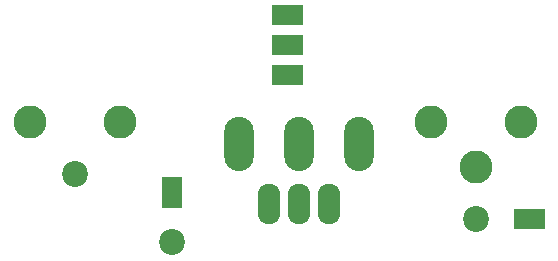
<source format=gbs>
G04 #@! TF.FileFunction,Soldermask,Bot*
%FSLAX46Y46*%
G04 Gerber Fmt 4.6, Leading zero omitted, Abs format (unit mm)*
G04 Created by KiCad (PCBNEW 4.0.6) date 05/24/17 17:40:23*
%MOMM*%
%LPD*%
G01*
G04 APERTURE LIST*
%ADD10C,0.100000*%
%ADD11O,2.495500X4.591000*%
%ADD12C,2.797760*%
%ADD13C,2.198320*%
%ADD14R,1.370000X1.670000*%
%ADD15R,1.670000X1.370000*%
%ADD16O,1.924000X3.448000*%
G04 APERTURE END LIST*
D10*
D11*
X124080000Y-102920000D03*
X119000000Y-102920000D03*
X113920000Y-102920000D03*
D12*
X130190000Y-101000000D03*
X137810000Y-101000000D03*
X134000000Y-104810000D03*
D13*
X134000000Y-109255000D03*
D12*
X103810000Y-101000000D03*
X96190000Y-101000000D03*
D13*
X100000000Y-105447540D03*
X108249920Y-111160000D03*
D14*
X117360000Y-92000000D03*
X118640000Y-92000000D03*
X137860000Y-109250000D03*
X139140000Y-109250000D03*
D15*
X108250000Y-107640000D03*
X108250000Y-106360000D03*
D14*
X117360000Y-94500000D03*
X118640000Y-94500000D03*
X117360000Y-97000000D03*
X118640000Y-97000000D03*
D16*
X116460000Y-108000000D03*
X119000000Y-108000000D03*
X121540000Y-108000000D03*
M02*

</source>
